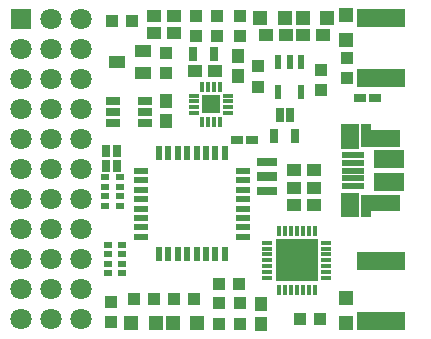
<source format=gts>
G04 DipTrace Beta 2.3.5.2*
%INBankWank.GTS*%
%MOIN*%
%ADD32R,0.0433X0.0394*%
%ADD34R,0.0394X0.0433*%
%ADD35R,0.0315X0.0472*%
%ADD36R,0.0472X0.0472*%
%ADD37R,0.025X0.05*%
%ADD38R,0.0217X0.0472*%
%ADD41R,0.16X0.06*%
%ADD45R,0.063X0.063*%
%ADD50R,0.05X0.022*%
%ADD51R,0.022X0.05*%
%ADD52R,0.0256X0.0197*%
%ADD54R,0.0551X0.0394*%
%ADD63R,0.0729X0.0197*%
%ADD65R,0.1024X0.0601*%
%ADD67R,0.1418X0.1418*%
%ADD82R,0.0473X0.0276*%
%ADD84O,0.0375X0.0158*%
%ADD86O,0.0158X0.0375*%
%ADD90R,0.0394X0.0316*%
%ADD92R,0.0316X0.0394*%
%ADD102R,0.0434X0.0473*%
%ADD106R,0.0473X0.0434*%
%ADD108C,0.0709*%
%ADD110R,0.0709X0.0709*%
%FSLAX44Y44*%
G04*
G70*
G90*
G75*
G01*
%LNTopMask*%
%LPD*%
D110*
X812Y10687D3*
D108*
X1812D3*
X812Y9687D3*
X1812D3*
X812Y8687D3*
X1812D3*
X812Y7687D3*
X1812D3*
X812Y6687D3*
X1812D3*
X812Y5687D3*
X1812D3*
X812Y4687D3*
X1812D3*
X812Y3687D3*
X1812D3*
X812Y2687D3*
X1812D3*
X812Y1687D3*
X1812D3*
X812Y687D3*
X1812D3*
X2812Y10687D3*
Y9687D3*
Y8687D3*
Y7687D3*
Y6687D3*
Y5687D3*
Y4687D3*
Y3687D3*
Y2687D3*
Y1687D3*
Y687D3*
D32*
X4510Y10610D3*
X3841D3*
D34*
X8730Y9090D3*
Y8421D3*
D32*
X8080Y1840D3*
X7411D3*
D34*
X8120Y520D3*
Y1189D3*
X3810Y561D3*
Y1230D3*
X8130Y10090D3*
Y10759D3*
X10800Y8310D3*
Y8979D3*
X6650Y10090D3*
Y10759D3*
D102*
X8820Y1180D3*
Y511D3*
D106*
X9910Y5630D3*
X10579D3*
X9900Y5040D3*
X10569D3*
D35*
X7260Y9500D3*
X6551D3*
D36*
X5300Y540D3*
X4473D3*
X5870D3*
X6697D3*
D106*
X5920Y10770D3*
X5251D3*
D35*
X9240Y6760D3*
X9949D3*
D106*
X5250Y10190D3*
X5919D3*
D36*
X9600Y10720D3*
X8773D3*
X10200D3*
X11027D3*
X11640Y550D3*
Y1377D3*
X11660Y10790D3*
Y9963D3*
D37*
X9790Y7470D3*
X9436D3*
D38*
X10140Y9250D3*
X9766D3*
X9392D3*
Y8226D3*
X10140D3*
D34*
X7400Y1190D3*
Y521D3*
X5660Y9530D3*
Y8861D3*
D102*
X5640Y7270D3*
Y7939D3*
D92*
X4025Y5760D3*
Y6272D3*
D90*
X8530Y6650D3*
X8018D3*
D32*
X5900Y1340D3*
X6569D3*
X5250Y1330D3*
X4581D3*
D90*
X12104Y8036D3*
X12616D3*
D34*
X7350Y10760D3*
Y10091D3*
D102*
X8050Y8770D3*
Y9439D3*
D106*
X8990Y10150D3*
X9659D3*
X10870D3*
X10201D3*
X9911Y4470D3*
X10580D3*
X6600Y8950D3*
X7269D3*
D32*
X10120Y670D3*
X10789D3*
D34*
X11690Y8710D3*
Y9379D3*
D92*
X3635Y6275D3*
Y5763D3*
D41*
X12800Y2600D3*
Y600D3*
Y8700D3*
Y10700D3*
D82*
X4950Y7200D3*
Y7574D3*
Y7948D3*
X3887D3*
Y7574D3*
Y7200D3*
D50*
X8200Y3410D3*
Y3725D3*
Y4040D3*
Y4355D3*
Y4670D3*
Y4985D3*
Y5300D3*
Y5615D3*
D51*
X7612Y6202D3*
X7297D3*
X6982D3*
X6667D3*
X6353D3*
X6038D3*
X5723D3*
X5408D3*
D50*
X4820Y5615D3*
Y5300D3*
Y4985D3*
Y4670D3*
Y4355D3*
Y4040D3*
Y3725D3*
Y3410D3*
D51*
X5408Y2822D3*
X5723D3*
X6038D3*
X6353D3*
X6667D3*
X6982D3*
X7297D3*
X7612D3*
D52*
X3700Y3150D3*
Y2835D3*
Y2520D3*
Y2205D3*
X4192D3*
Y2520D3*
Y2835D3*
Y3150D3*
D84*
X6580Y8120D3*
Y7923D3*
Y7726D3*
Y7529D3*
D86*
X6856Y7254D3*
X7052D3*
X7249D3*
X7446D3*
D84*
X7722Y7529D3*
Y7726D3*
Y7923D3*
Y8120D3*
D86*
X7446Y8396D3*
X7249D3*
X7052D3*
X6856D3*
D45*
X7151Y7825D3*
D54*
X4020Y9230D3*
X4886Y9604D3*
Y8856D3*
D52*
X3610Y5395D3*
Y5080D3*
Y4765D3*
Y4450D3*
X4102D3*
Y4765D3*
Y5080D3*
Y5395D3*
D86*
X10600Y3610D3*
X10403D3*
X10206D3*
X10009D3*
X9813D3*
X9616D3*
X9419D3*
D84*
X9025Y3216D3*
Y3019D3*
Y2823D3*
Y2626D3*
Y2429D3*
Y2232D3*
Y2035D3*
D86*
X9419Y1641D3*
X9616D3*
X9813D3*
X10009D3*
X10206D3*
X10403D3*
X10600D3*
D84*
X10994Y2035D3*
Y2232D3*
Y2429D3*
Y2626D3*
Y2823D3*
Y3019D3*
Y3216D3*
D67*
X10009Y2626D3*
G36*
X11483Y7171D2*
X12097D1*
Y6343D1*
X11483D1*
Y7171D1*
G37*
G36*
X12156Y6412D2*
Y7171D1*
X12471D1*
Y6964D1*
X13436D1*
Y6412D1*
X12156D1*
G37*
G36*
X12471Y4267D2*
Y4060D1*
X12156D1*
Y4818D1*
X13436D1*
Y4267D1*
X12471D1*
G37*
D65*
X13093Y5225D3*
Y6005D3*
D63*
X11871Y5615D3*
Y5871D3*
Y5359D3*
Y6127D3*
Y5103D3*
G36*
X12097Y4060D2*
X11483D1*
Y4887D1*
X12097D1*
Y4060D1*
G37*
G36*
X8695Y5088D2*
Y4812D1*
X9365D1*
Y5088D1*
X8695D1*
G37*
G36*
Y5560D2*
Y5285D1*
X9365D1*
Y5560D1*
X8695D1*
G37*
G36*
Y6033D2*
Y5757D1*
X9365D1*
Y6033D1*
X8695D1*
G37*
M02*

</source>
